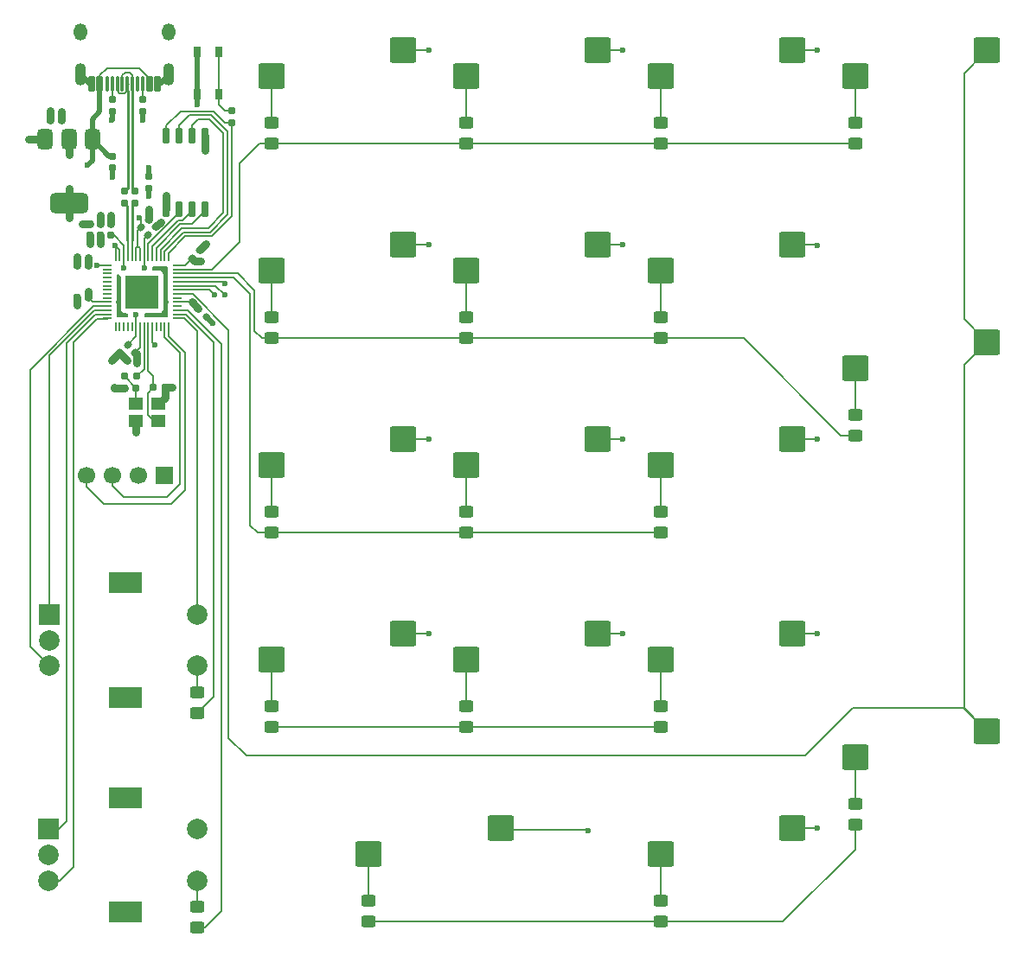
<source format=gbr>
%TF.GenerationSoftware,KiCad,Pcbnew,8.0.4*%
%TF.CreationDate,2024-08-20T22:26:35+10:00*%
%TF.ProjectId,banana17_main,62616e61-6e61-4313-975f-6d61696e2e6b,rev?*%
%TF.SameCoordinates,Original*%
%TF.FileFunction,Copper,L4,Bot*%
%TF.FilePolarity,Positive*%
%FSLAX46Y46*%
G04 Gerber Fmt 4.6, Leading zero omitted, Abs format (unit mm)*
G04 Created by KiCad (PCBNEW 8.0.4) date 2024-08-20 22:26:35*
%MOMM*%
%LPD*%
G01*
G04 APERTURE LIST*
G04 Aperture macros list*
%AMRoundRect*
0 Rectangle with rounded corners*
0 $1 Rounding radius*
0 $2 $3 $4 $5 $6 $7 $8 $9 X,Y pos of 4 corners*
0 Add a 4 corners polygon primitive as box body*
4,1,4,$2,$3,$4,$5,$6,$7,$8,$9,$2,$3,0*
0 Add four circle primitives for the rounded corners*
1,1,$1+$1,$2,$3*
1,1,$1+$1,$4,$5*
1,1,$1+$1,$6,$7*
1,1,$1+$1,$8,$9*
0 Add four rect primitives between the rounded corners*
20,1,$1+$1,$2,$3,$4,$5,0*
20,1,$1+$1,$4,$5,$6,$7,0*
20,1,$1+$1,$6,$7,$8,$9,0*
20,1,$1+$1,$8,$9,$2,$3,0*%
G04 Aperture macros list end*
%TA.AperFunction,ComponentPad*%
%ADD10C,2.000000*%
%TD*%
%TA.AperFunction,ComponentPad*%
%ADD11R,3.200000X2.000000*%
%TD*%
%TA.AperFunction,ComponentPad*%
%ADD12R,2.000000X2.000000*%
%TD*%
%TA.AperFunction,SMDPad,CuDef*%
%ADD13RoundRect,0.200000X-1.075000X-1.050000X1.075000X-1.050000X1.075000X1.050000X-1.075000X1.050000X0*%
%TD*%
%TA.AperFunction,ComponentPad*%
%ADD14C,1.700000*%
%TD*%
%TA.AperFunction,ComponentPad*%
%ADD15R,1.700000X1.700000*%
%TD*%
%TA.AperFunction,SMDPad,CuDef*%
%ADD16RoundRect,0.250000X0.450000X-0.325000X0.450000X0.325000X-0.450000X0.325000X-0.450000X-0.325000X0*%
%TD*%
%TA.AperFunction,SMDPad,CuDef*%
%ADD17RoundRect,0.155000X0.155000X-0.212500X0.155000X0.212500X-0.155000X0.212500X-0.155000X-0.212500X0*%
%TD*%
%TA.AperFunction,SMDPad,CuDef*%
%ADD18RoundRect,0.160000X-0.160000X0.197500X-0.160000X-0.197500X0.160000X-0.197500X0.160000X0.197500X0*%
%TD*%
%TA.AperFunction,SMDPad,CuDef*%
%ADD19RoundRect,0.150000X-0.150000X0.650000X-0.150000X-0.650000X0.150000X-0.650000X0.150000X0.650000X0*%
%TD*%
%TA.AperFunction,ComponentPad*%
%ADD20O,1.100000X2.200000*%
%TD*%
%TA.AperFunction,ComponentPad*%
%ADD21O,1.300000X1.700000*%
%TD*%
%TA.AperFunction,SMDPad,CuDef*%
%ADD22RoundRect,0.060000X-0.090000X-0.665000X0.090000X-0.665000X0.090000X0.665000X-0.090000X0.665000X0*%
%TD*%
%TA.AperFunction,SMDPad,CuDef*%
%ADD23RoundRect,0.060000X-0.240000X-0.665000X0.240000X-0.665000X0.240000X0.665000X-0.240000X0.665000X0*%
%TD*%
%TA.AperFunction,SMDPad,CuDef*%
%ADD24RoundRect,0.155000X-0.212500X-0.155000X0.212500X-0.155000X0.212500X0.155000X-0.212500X0.155000X0*%
%TD*%
%TA.AperFunction,SMDPad,CuDef*%
%ADD25RoundRect,0.160000X0.160000X-0.197500X0.160000X0.197500X-0.160000X0.197500X-0.160000X-0.197500X0*%
%TD*%
%TA.AperFunction,SMDPad,CuDef*%
%ADD26RoundRect,0.155000X0.212500X0.155000X-0.212500X0.155000X-0.212500X-0.155000X0.212500X-0.155000X0*%
%TD*%
%TA.AperFunction,SMDPad,CuDef*%
%ADD27RoundRect,0.160000X0.197500X0.160000X-0.197500X0.160000X-0.197500X-0.160000X0.197500X-0.160000X0*%
%TD*%
%TA.AperFunction,SMDPad,CuDef*%
%ADD28R,0.650000X1.050000*%
%TD*%
%TA.AperFunction,SMDPad,CuDef*%
%ADD29RoundRect,0.155000X0.040659X0.259862X-0.259862X-0.040659X-0.040659X-0.259862X0.259862X0.040659X0*%
%TD*%
%TA.AperFunction,HeatsinkPad*%
%ADD30R,3.200000X3.200000*%
%TD*%
%TA.AperFunction,SMDPad,CuDef*%
%ADD31RoundRect,0.050000X0.050000X0.387500X-0.050000X0.387500X-0.050000X-0.387500X0.050000X-0.387500X0*%
%TD*%
%TA.AperFunction,SMDPad,CuDef*%
%ADD32RoundRect,0.050000X0.387500X0.050000X-0.387500X0.050000X-0.387500X-0.050000X0.387500X-0.050000X0*%
%TD*%
%TA.AperFunction,SMDPad,CuDef*%
%ADD33RoundRect,0.155000X-0.040659X-0.259862X0.259862X0.040659X0.040659X0.259862X-0.259862X-0.040659X0*%
%TD*%
%TA.AperFunction,SMDPad,CuDef*%
%ADD34RoundRect,0.155000X-0.259862X0.040659X0.040659X-0.259862X0.259862X-0.040659X-0.040659X0.259862X0*%
%TD*%
%TA.AperFunction,SMDPad,CuDef*%
%ADD35RoundRect,0.155000X-0.155000X0.212500X-0.155000X-0.212500X0.155000X-0.212500X0.155000X0.212500X0*%
%TD*%
%TA.AperFunction,SMDPad,CuDef*%
%ADD36RoundRect,0.375000X-0.375000X0.625000X-0.375000X-0.625000X0.375000X-0.625000X0.375000X0.625000X0*%
%TD*%
%TA.AperFunction,SMDPad,CuDef*%
%ADD37RoundRect,0.500000X-1.400000X0.500000X-1.400000X-0.500000X1.400000X-0.500000X1.400000X0.500000X0*%
%TD*%
%TA.AperFunction,SMDPad,CuDef*%
%ADD38R,1.400000X1.200000*%
%TD*%
%TA.AperFunction,ViaPad*%
%ADD39C,0.600000*%
%TD*%
%TA.AperFunction,Conductor*%
%ADD40C,0.500000*%
%TD*%
%TA.AperFunction,Conductor*%
%ADD41C,0.200000*%
%TD*%
%TA.AperFunction,Conductor*%
%ADD42C,0.750000*%
%TD*%
%TA.AperFunction,Conductor*%
%ADD43C,0.286000*%
%TD*%
G04 APERTURE END LIST*
D10*
%TO.P,ENC2,S2,S2*%
%TO.N,ROW5*%
X111830000Y-135550000D03*
%TO.P,ENC2,S1,S1*%
%TO.N,Net-(ENC_D2-A)*%
X111830000Y-140550000D03*
D11*
%TO.P,ENC2,MP*%
%TO.N,N/C*%
X104830000Y-143650000D03*
X104830000Y-132450000D03*
D10*
%TO.P,ENC2,C,C*%
%TO.N,GND*%
X97330000Y-138050000D03*
%TO.P,ENC2,B,B*%
%TO.N,ENC2_B*%
X97330000Y-140550000D03*
D12*
%TO.P,ENC2,A,A*%
%TO.N,ENC2_A*%
X97330000Y-135550000D03*
%TD*%
%TO.P,ENC1,A,A*%
%TO.N,ENC1_A*%
X97360000Y-114520000D03*
D10*
%TO.P,ENC1,B,B*%
%TO.N,ENC1_B*%
X97360000Y-119520000D03*
%TO.P,ENC1,C,C*%
%TO.N,GND*%
X97360000Y-117020000D03*
D11*
%TO.P,ENC1,MP*%
%TO.N,N/C*%
X104860000Y-111420000D03*
X104860000Y-122620000D03*
D10*
%TO.P,ENC1,S1,S1*%
%TO.N,Net-(ENC_D1-A)*%
X111860000Y-119520000D03*
%TO.P,ENC1,S2,S2*%
%TO.N,COL0*%
X111860000Y-114520000D03*
%TD*%
D13*
%TO.P,SW10,2,B*%
%TO.N,COL2*%
X151100000Y-97340000D03*
%TO.P,SW10,1,A*%
%TO.N,Net-(D10-A)*%
X138173000Y-99880000D03*
%TD*%
%TO.P,SW6,2,B*%
%TO.N,COL2*%
X151100000Y-78290000D03*
%TO.P,SW6,1,A*%
%TO.N,Net-(D6-A)*%
X138173000Y-80830000D03*
%TD*%
%TO.P,SW9,2,B*%
%TO.N,COL1*%
X132050000Y-97340000D03*
%TO.P,SW9,1,A*%
%TO.N,Net-(D9-A)*%
X119123000Y-99880000D03*
%TD*%
%TO.P,SW2,2,B*%
%TO.N,COL2*%
X151100000Y-59240000D03*
%TO.P,SW2,1,A*%
%TO.N,Net-(D2-A)*%
X138173000Y-61780000D03*
%TD*%
%TO.P,SW11,2,B*%
%TO.N,COL3*%
X170150000Y-97340000D03*
%TO.P,SW11,1,A*%
%TO.N,Net-(D11-A)*%
X157223000Y-99880000D03*
%TD*%
%TO.P,SW13,2,B*%
%TO.N,COL2*%
X151100000Y-116390000D03*
%TO.P,SW13,1,A*%
%TO.N,Net-(D13-A)*%
X138173000Y-118930000D03*
%TD*%
%TO.P,SW1,2,B*%
%TO.N,COL1*%
X132050000Y-59240000D03*
%TO.P,SW1,1,A*%
%TO.N,Net-(D1-A)*%
X119123000Y-61780000D03*
%TD*%
%TO.P,SW4,2,B*%
%TO.N,COL4*%
X189200000Y-59240000D03*
%TO.P,SW4,1,A*%
%TO.N,Net-(D4-A)*%
X176273000Y-61780000D03*
%TD*%
%TO.P,SW8,2,B*%
%TO.N,COL4*%
X189200000Y-87815000D03*
%TO.P,SW8,1,A*%
%TO.N,Net-(D8-A)*%
X176273000Y-90355000D03*
%TD*%
%TO.P,SW3,2,B*%
%TO.N,COL3*%
X170150000Y-59240000D03*
%TO.P,SW3,1,A*%
%TO.N,Net-(D3-A)*%
X157223000Y-61780000D03*
%TD*%
D14*
%TO.P,U3,1,SDA*%
%TO.N,OLED_SDA*%
X101049314Y-100858200D03*
%TO.P,U3,2,SCL*%
%TO.N,OLED_SCL*%
X103589314Y-100858200D03*
%TO.P,U3,3,VCC*%
%TO.N,VBUS*%
X106129314Y-100858200D03*
D15*
%TO.P,U3,4,GND*%
%TO.N,GND*%
X108669314Y-100858200D03*
%TD*%
D13*
%TO.P,SW14,2,B*%
%TO.N,COL3*%
X170150000Y-116390000D03*
%TO.P,SW14,1,A*%
%TO.N,Net-(D14-A)*%
X157223000Y-118930000D03*
%TD*%
%TO.P,SW5,2,B*%
%TO.N,COL1*%
X132050000Y-78290000D03*
%TO.P,SW5,1,A*%
%TO.N,Net-(D5-A)*%
X119123000Y-80830000D03*
%TD*%
%TO.P,SW12,2,B*%
%TO.N,COL1*%
X132050000Y-116390000D03*
%TO.P,SW12,1,A*%
%TO.N,Net-(D12-A)*%
X119123000Y-118930000D03*
%TD*%
%TO.P,SW17,1,A*%
%TO.N,Net-(D17-A)*%
X176273000Y-128455000D03*
%TO.P,SW17,2,B*%
%TO.N,COL4*%
X189200000Y-125915000D03*
%TD*%
%TO.P,SW7,2,B*%
%TO.N,COL3*%
X170150000Y-78290000D03*
%TO.P,SW7,1,A*%
%TO.N,Net-(D7-A)*%
X157223000Y-80830000D03*
%TD*%
%TO.P,SW16,2,B*%
%TO.N,COL3*%
X170150000Y-135440000D03*
%TO.P,SW16,1,A*%
%TO.N,Net-(D16-A)*%
X157223000Y-137980000D03*
%TD*%
D16*
%TO.P,D3,1,K*%
%TO.N,ROW0*%
X157223000Y-68405000D03*
%TO.P,D3,2,A*%
%TO.N,Net-(D3-A)*%
X157223000Y-66355000D03*
%TD*%
D17*
%TO.P,C1,1*%
%TO.N,+1V1*%
X103390000Y-77363200D03*
%TO.P,C1,2*%
%TO.N,GND*%
X103390000Y-76228200D03*
%TD*%
D16*
%TO.P,D9,1,K*%
%TO.N,ROW2*%
X119123000Y-106505000D03*
%TO.P,D9,2,A*%
%TO.N,Net-(D9-A)*%
X119123000Y-104455000D03*
%TD*%
D18*
%TO.P,R5,1*%
%TO.N,/~{USB_BOOT}*%
X115268925Y-65122019D03*
%TO.P,R5,2*%
%TO.N,/QSPI_SS*%
X115268925Y-66317019D03*
%TD*%
D16*
%TO.P,D15,1,K*%
%TO.N,ROW4*%
X128648000Y-144605000D03*
%TO.P,D15,2,A*%
%TO.N,Net-(D15-A)*%
X128648000Y-142555000D03*
%TD*%
%TO.P,D11,1,K*%
%TO.N,ROW2*%
X157223000Y-106505000D03*
%TO.P,D11,2,A*%
%TO.N,Net-(D11-A)*%
X157223000Y-104455000D03*
%TD*%
D18*
%TO.P,R2,1*%
%TO.N,/USB_D-*%
X104789200Y-73015700D03*
%TO.P,R2,2*%
%TO.N,/MCU_D+*%
X104789200Y-74210700D03*
%TD*%
D16*
%TO.P,D17,1,K*%
%TO.N,ROW4*%
X176273000Y-135080000D03*
%TO.P,D17,2,A*%
%TO.N,Net-(D17-A)*%
X176273000Y-133030000D03*
%TD*%
%TO.P,D7,1,K*%
%TO.N,ROW1*%
X157223000Y-87455000D03*
%TO.P,D7,2,A*%
%TO.N,Net-(D7-A)*%
X157223000Y-85405000D03*
%TD*%
D19*
%TO.P,U4,1,~{CS}*%
%TO.N,/QSPI_SS*%
X108852500Y-67568200D03*
%TO.P,U4,2,DO(IO1)*%
%TO.N,/QSPI_SD1*%
X110122500Y-67568200D03*
%TO.P,U4,3,IO2*%
%TO.N,/QSPI_SD2*%
X111392500Y-67568200D03*
%TO.P,U4,4,GND*%
%TO.N,GND*%
X112662500Y-67568200D03*
%TO.P,U4,5,DI(IO0)*%
%TO.N,/QSPI_SD0*%
X112662500Y-74768200D03*
%TO.P,U4,6,CLK*%
%TO.N,/QSPI_SCLK*%
X111392500Y-74768200D03*
%TO.P,U4,7,IO3*%
%TO.N,/QSPI_SD3*%
X110122500Y-74768200D03*
%TO.P,U4,8,VCC*%
%TO.N,+3V3*%
X108852500Y-74768200D03*
%TD*%
D20*
%TO.P,J1,S1,SHIELD*%
%TO.N,GND*%
X109110000Y-61593200D03*
D21*
X109110000Y-57413200D03*
D20*
X100470000Y-61593200D03*
D21*
X100470000Y-57413200D03*
D22*
%TO.P,J1,B8,SBU2*%
%TO.N,unconnected-(J1-SBU2-PadB8)*%
X103040000Y-62508200D03*
%TO.P,J1,B7,D-*%
%TO.N,/USB_D-*%
X104040000Y-62508200D03*
%TO.P,J1,B6,D+*%
%TO.N,/USB_D+*%
X105540000Y-62508200D03*
%TO.P,J1,B5,CC2*%
%TO.N,Net-(J1-CC2)*%
X106540000Y-62508200D03*
D23*
%TO.P,J1,B4,VBUS*%
%TO.N,VBUS*%
X107240000Y-62508200D03*
%TO.P,J1,B1,GND*%
%TO.N,GND*%
X108015000Y-62508200D03*
D22*
%TO.P,J1,A8,SBU1*%
%TO.N,unconnected-(J1-SBU1-PadA8)*%
X106040000Y-62508200D03*
%TO.P,J1,A7,D-*%
%TO.N,/USB_D-*%
X105040000Y-62508200D03*
%TO.P,J1,A6,D+*%
%TO.N,/USB_D+*%
X104540000Y-62508200D03*
%TO.P,J1,A5,CC1*%
%TO.N,Net-(J1-CC1)*%
X103540000Y-62508200D03*
D23*
%TO.P,J1,A4,VBUS*%
%TO.N,VBUS*%
X102340000Y-62508200D03*
%TO.P,J1,A1,GND*%
%TO.N,GND*%
X101565000Y-62508200D03*
%TD*%
D17*
%TO.P,C4,1*%
%TO.N,+3V3*%
X102390000Y-77363200D03*
%TO.P,C4,2*%
%TO.N,GND*%
X102390000Y-76228200D03*
%TD*%
D16*
%TO.P,D14,1,K*%
%TO.N,ROW3*%
X157223000Y-125555000D03*
%TO.P,D14,2,A*%
%TO.N,Net-(D14-A)*%
X157223000Y-123505000D03*
%TD*%
D24*
%TO.P,C16,1*%
%TO.N,GND*%
X104762500Y-92288200D03*
%TO.P,C16,2*%
%TO.N,Net-(C16-Pad2)*%
X105897500Y-92288200D03*
%TD*%
D25*
%TO.P,R4,1*%
%TO.N,GND*%
X106530000Y-65208200D03*
%TO.P,R4,2*%
%TO.N,Net-(J1-CC2)*%
X106530000Y-64013200D03*
%TD*%
D26*
%TO.P,C9,1*%
%TO.N,+3V3*%
X101240000Y-80297666D03*
%TO.P,C9,2*%
%TO.N,GND*%
X100105000Y-80297666D03*
%TD*%
D16*
%TO.P,D8,1,K*%
%TO.N,ROW1*%
X176273000Y-96980000D03*
%TO.P,D8,2,A*%
%TO.N,Net-(D8-A)*%
X176273000Y-94930000D03*
%TD*%
%TO.P,D5,1,K*%
%TO.N,ROW1*%
X119123000Y-87455000D03*
%TO.P,D5,2,A*%
%TO.N,Net-(D5-A)*%
X119123000Y-85405000D03*
%TD*%
D26*
%TO.P,C15,1*%
%TO.N,GND*%
X108702500Y-92280700D03*
%TO.P,C15,2*%
%TO.N,/XIN*%
X107567500Y-92280700D03*
%TD*%
D16*
%TO.P,D4,1,K*%
%TO.N,ROW0*%
X176273000Y-68405000D03*
%TO.P,D4,2,A*%
%TO.N,Net-(D4-A)*%
X176273000Y-66355000D03*
%TD*%
D18*
%TO.P,R3,1*%
%TO.N,Net-(J1-CC1)*%
X103538564Y-64045328D03*
%TO.P,R3,2*%
%TO.N,GND*%
X103538564Y-65240328D03*
%TD*%
D16*
%TO.P,ENC_D2,1,K*%
%TO.N,ROW6*%
X111830000Y-145150000D03*
%TO.P,ENC_D2,2,A*%
%TO.N,Net-(ENC_D2-A)*%
X111830000Y-143100000D03*
%TD*%
D27*
%TO.P,R6,1*%
%TO.N,/XOUT*%
X105955000Y-91163200D03*
%TO.P,R6,2*%
%TO.N,Net-(C16-Pad2)*%
X104760000Y-91163200D03*
%TD*%
D26*
%TO.P,C8,1*%
%TO.N,+3V3*%
X101207500Y-83463200D03*
%TO.P,C8,2*%
%TO.N,GND*%
X100072500Y-83463200D03*
%TD*%
D16*
%TO.P,D13,1,K*%
%TO.N,ROW3*%
X138173000Y-125555000D03*
%TO.P,D13,2,A*%
%TO.N,Net-(D13-A)*%
X138173000Y-123505000D03*
%TD*%
%TO.P,ENC_D1,2,A*%
%TO.N,Net-(ENC_D1-A)*%
X111890000Y-122155000D03*
%TO.P,ENC_D1,1,K*%
%TO.N,ROW5*%
X111890000Y-124205000D03*
%TD*%
D28*
%TO.P,BOOT1,1,A*%
%TO.N,GND*%
X111865000Y-59428200D03*
X111865000Y-63578200D03*
%TO.P,BOOT1,2,B*%
%TO.N,/~{USB_BOOT}*%
X114015000Y-59428200D03*
X114015000Y-63578200D03*
%TD*%
D29*
%TO.P,C7,1*%
%TO.N,+3V3*%
X105806283Y-88831917D03*
%TO.P,C7,2*%
%TO.N,GND*%
X105003717Y-89634483D03*
%TD*%
D16*
%TO.P,D10,1,K*%
%TO.N,ROW2*%
X138173000Y-106505000D03*
%TO.P,D10,2,A*%
%TO.N,Net-(D10-A)*%
X138173000Y-104455000D03*
%TD*%
D30*
%TO.P,U1,57,GND*%
%TO.N,GND*%
X106480000Y-82898200D03*
D31*
%TO.P,U1,56,QSPI_SS*%
%TO.N,/QSPI_SS*%
X109080000Y-79460700D03*
%TO.P,U1,55,QSPI_SD1*%
%TO.N,/QSPI_SD1*%
X108680000Y-79460700D03*
%TO.P,U1,54,QSPI_SD2*%
%TO.N,/QSPI_SD2*%
X108280000Y-79460700D03*
%TO.P,U1,53,QSPI_SD0*%
%TO.N,/QSPI_SD0*%
X107880000Y-79460700D03*
%TO.P,U1,52,QSPI_SCLK*%
%TO.N,/QSPI_SCLK*%
X107480000Y-79460700D03*
%TO.P,U1,51,QSPI_SD3*%
%TO.N,/QSPI_SD3*%
X107080000Y-79460700D03*
%TO.P,U1,50,DVDD*%
%TO.N,+1V1*%
X106680000Y-79460700D03*
%TO.P,U1,49,IOVDD*%
%TO.N,+3V3*%
X106280000Y-79460700D03*
%TO.P,U1,48,USB_VDD*%
X105880000Y-79460700D03*
%TO.P,U1,47,USB_DP*%
%TO.N,/MCU_D-*%
X105480000Y-79460700D03*
%TO.P,U1,46,USB_DM*%
%TO.N,/MCU_D+*%
X105080000Y-79460700D03*
%TO.P,U1,45,VREG_VOUT*%
%TO.N,+1V1*%
X104680000Y-79460700D03*
%TO.P,U1,44,VREG_IN*%
%TO.N,+3V3*%
X104280000Y-79460700D03*
%TO.P,U1,43,ADC_AVDD*%
X103880000Y-79460700D03*
D32*
%TO.P,U1,42,IOVDD*%
X103042500Y-80298200D03*
%TO.P,U1,41,GPIO29_ADC3*%
%TO.N,/GPIO29_ADC3*%
X103042500Y-80698200D03*
%TO.P,U1,40,GPIO28_ADC2*%
%TO.N,/GPIO28_ADC2*%
X103042500Y-81098200D03*
%TO.P,U1,39,GPIO27_ADC1*%
%TO.N,/GPIO27_ADC1*%
X103042500Y-81498200D03*
%TO.P,U1,38,GPIO26_ADC0*%
%TO.N,/GPIO26_ADC0*%
X103042500Y-81898200D03*
%TO.P,U1,37,GPIO25*%
%TO.N,/GPIO25*%
X103042500Y-82298200D03*
%TO.P,U1,36,GPIO24*%
%TO.N,/GPIO24*%
X103042500Y-82698200D03*
%TO.P,U1,35,GPIO23*%
%TO.N,/GPIO23*%
X103042500Y-83098200D03*
%TO.P,U1,34,GPIO22*%
%TO.N,/GPIO22*%
X103042500Y-83498200D03*
%TO.P,U1,33,IOVDD*%
%TO.N,+3V3*%
X103042500Y-83898200D03*
%TO.P,U1,32,GPIO21*%
%TO.N,ENC1_B*%
X103042500Y-84298200D03*
%TO.P,U1,31,GPIO20*%
%TO.N,ENC1_A*%
X103042500Y-84698200D03*
%TO.P,U1,30,GPIO19*%
%TO.N,ENC2_A*%
X103042500Y-85098200D03*
%TO.P,U1,29,GPIO18*%
%TO.N,ENC2_B*%
X103042500Y-85498200D03*
D31*
%TO.P,U1,28,GPIO17*%
%TO.N,/GPIO17*%
X103880000Y-86335700D03*
%TO.P,U1,27,GPIO16*%
%TO.N,/GPIO16*%
X104280000Y-86335700D03*
%TO.P,U1,26,RUN*%
%TO.N,/RUN*%
X104680000Y-86335700D03*
%TO.P,U1,25,SWD*%
%TO.N,/SWD*%
X105080000Y-86335700D03*
%TO.P,U1,24,SWCLK*%
%TO.N,/SWCLK*%
X105480000Y-86335700D03*
%TO.P,U1,23,DVDD*%
%TO.N,+1V1*%
X105880000Y-86335700D03*
%TO.P,U1,22,IOVDD*%
%TO.N,+3V3*%
X106280000Y-86335700D03*
%TO.P,U1,21,XOUT*%
%TO.N,/XOUT*%
X106680000Y-86335700D03*
%TO.P,U1,20,XIN*%
%TO.N,/XIN*%
X107080000Y-86335700D03*
%TO.P,U1,19,TESTEN*%
%TO.N,GND*%
X107480000Y-86335700D03*
%TO.P,U1,18,GPIO15*%
%TO.N,/GPIO15*%
X107880000Y-86335700D03*
%TO.P,U1,17,GPIO14*%
%TO.N,/GPIO14*%
X108280000Y-86335700D03*
%TO.P,U1,16,GPIO13*%
%TO.N,OLED_SCL*%
X108680000Y-86335700D03*
%TO.P,U1,15,GPIO12*%
%TO.N,OLED_SDA*%
X109080000Y-86335700D03*
D32*
%TO.P,U1,14,GPIO11*%
%TO.N,COL0*%
X109917500Y-85498200D03*
%TO.P,U1,13,GPIO10*%
%TO.N,ROW5*%
X109917500Y-85098200D03*
%TO.P,U1,12,GPIO9*%
%TO.N,ROW6*%
X109917500Y-84698200D03*
%TO.P,U1,11,GPIO8*%
%TO.N,/GPIO8*%
X109917500Y-84298200D03*
%TO.P,U1,10,IOVDD*%
%TO.N,+3V3*%
X109917500Y-83898200D03*
%TO.P,U1,9,GPIO7*%
%TO.N,/GPIO7*%
X109917500Y-83498200D03*
%TO.P,U1,8,GPIO6*%
%TO.N,COL4*%
X109917500Y-83098200D03*
%TO.P,U1,7,GPIO5*%
%TO.N,COL3*%
X109917500Y-82698200D03*
%TO.P,U1,6,GPIO4*%
%TO.N,COL2*%
X109917500Y-82298200D03*
%TO.P,U1,5,GPIO3*%
%TO.N,COL1*%
X109917500Y-81898200D03*
%TO.P,U1,4,GPIO2*%
%TO.N,ROW2*%
X109917500Y-81498200D03*
%TO.P,U1,3,GPIO1*%
%TO.N,ROW1*%
X109917500Y-81098200D03*
%TO.P,U1,2,GPIO0*%
%TO.N,ROW0*%
X109917500Y-80698200D03*
%TO.P,U1,1,IOVDD*%
%TO.N,+3V3*%
X109917500Y-80298200D03*
%TD*%
D33*
%TO.P,C2,1*%
%TO.N,+1V1*%
X107016217Y-77339483D03*
%TO.P,C2,2*%
%TO.N,GND*%
X107818783Y-76536917D03*
%TD*%
D16*
%TO.P,D2,1,K*%
%TO.N,ROW0*%
X138173000Y-68405000D03*
%TO.P,D2,2,A*%
%TO.N,Net-(D2-A)*%
X138173000Y-66355000D03*
%TD*%
%TO.P,D6,1,K*%
%TO.N,ROW1*%
X138173000Y-87455000D03*
%TO.P,D6,2,A*%
%TO.N,Net-(D6-A)*%
X138173000Y-85405000D03*
%TD*%
D34*
%TO.P,C6,1*%
%TO.N,+3V3*%
X111987434Y-84560634D03*
%TO.P,C6,2*%
%TO.N,GND*%
X112790000Y-85363200D03*
%TD*%
D17*
%TO.P,C11,1*%
%TO.N,+3V3*%
X101380000Y-77363200D03*
%TO.P,C11,2*%
%TO.N,GND*%
X101380000Y-76228200D03*
%TD*%
D26*
%TO.P,C13,1*%
%TO.N,+3V3*%
X98590000Y-66063200D03*
%TO.P,C13,2*%
%TO.N,GND*%
X97455000Y-66063200D03*
%TD*%
D18*
%TO.P,R1,1*%
%TO.N,/USB_D+*%
X105810000Y-73013200D03*
%TO.P,R1,2*%
%TO.N,/MCU_D-*%
X105810000Y-74208200D03*
%TD*%
D35*
%TO.P,C12,1*%
%TO.N,VBUS*%
X103550000Y-69610700D03*
%TO.P,C12,2*%
%TO.N,GND*%
X103550000Y-70745700D03*
%TD*%
D17*
%TO.P,C14,1*%
%TO.N,+3V3*%
X107107500Y-72735700D03*
%TO.P,C14,2*%
%TO.N,GND*%
X107107500Y-71600700D03*
%TD*%
D16*
%TO.P,D12,1,K*%
%TO.N,ROW3*%
X119123000Y-125555000D03*
%TO.P,D12,2,A*%
%TO.N,Net-(D12-A)*%
X119123000Y-123505000D03*
%TD*%
%TO.P,D16,1,K*%
%TO.N,ROW4*%
X157223000Y-144605000D03*
%TO.P,D16,2,A*%
%TO.N,Net-(D16-A)*%
X157223000Y-142555000D03*
%TD*%
D29*
%TO.P,C3,1*%
%TO.N,+1V1*%
X105056283Y-88081917D03*
%TO.P,C3,2*%
%TO.N,GND*%
X104253717Y-88884483D03*
%TD*%
D16*
%TO.P,D1,1,K*%
%TO.N,ROW0*%
X119123000Y-68405000D03*
%TO.P,D1,2,A*%
%TO.N,Net-(D1-A)*%
X119123000Y-66355000D03*
%TD*%
D33*
%TO.P,C5,1*%
%TO.N,+3V3*%
X111338717Y-79614483D03*
%TO.P,C5,2*%
%TO.N,GND*%
X112141283Y-78811917D03*
%TD*%
D36*
%TO.P,U2,1,GND*%
%TO.N,GND*%
X97010000Y-67948200D03*
%TO.P,U2,2,VO*%
%TO.N,+3V3*%
X99310000Y-67948200D03*
D37*
X99310000Y-74248200D03*
D36*
%TO.P,U2,3,VI*%
%TO.N,VBUS*%
X101610000Y-67948200D03*
%TD*%
D33*
%TO.P,C10,1*%
%TO.N,+3V3*%
X106328717Y-76604483D03*
%TO.P,C10,2*%
%TO.N,GND*%
X107131283Y-75801917D03*
%TD*%
D38*
%TO.P,Y1,1,1*%
%TO.N,/XIN*%
X108097500Y-95588200D03*
%TO.P,Y1,2,2*%
%TO.N,GND*%
X105897500Y-95588200D03*
%TO.P,Y1,3,3*%
%TO.N,Net-(C16-Pad2)*%
X105897500Y-93888200D03*
%TO.P,Y1,4,4*%
%TO.N,GND*%
X108097500Y-93888200D03*
%TD*%
D13*
%TO.P,SW15,1,A*%
%TO.N,Net-(D15-A)*%
X128648000Y-137980000D03*
%TO.P,SW15,2,B*%
%TO.N,COL2*%
X141575000Y-135440000D03*
%TD*%
D39*
%TO.N,GND*%
X113390000Y-85963200D03*
X107110000Y-70713200D03*
X105895547Y-96673410D03*
X103557500Y-71688200D03*
X95329426Y-67951543D03*
X111850000Y-64523200D03*
X107645000Y-81758200D03*
X97458650Y-65174560D03*
X105295000Y-81708200D03*
X103520000Y-89608200D03*
X105295000Y-82908200D03*
X100581157Y-76227202D03*
X112740000Y-78213200D03*
X103529270Y-66087828D03*
X103390000Y-75363200D03*
X106445000Y-84108200D03*
X107620000Y-82908200D03*
X102390000Y-75363200D03*
X100109030Y-79500812D03*
X107620000Y-84108200D03*
X100074066Y-84222490D03*
X112660000Y-69073200D03*
X106530706Y-66075700D03*
X106445000Y-82933200D03*
X105295000Y-84083200D03*
X103760898Y-92286114D03*
X108323058Y-76046258D03*
X106445000Y-81733200D03*
X107130000Y-74813200D03*
X107745000Y-88113200D03*
X109439831Y-92282357D03*
%TO.N,+1V1*%
X104680000Y-80573200D03*
X106677612Y-80586627D03*
X105881741Y-85167329D03*
%TO.N,+3V3*%
X99308581Y-75651395D03*
X102078988Y-80297610D03*
X106190000Y-75643200D03*
X103840000Y-78363200D03*
X99303459Y-72757352D03*
X101380365Y-78170082D03*
X98592127Y-65211215D03*
X99309719Y-69461823D03*
X102390000Y-78163200D03*
X101211095Y-82812483D03*
X112240000Y-79863200D03*
X105940000Y-89913200D03*
X101240000Y-79513200D03*
X107099740Y-73571591D03*
X108850389Y-73443519D03*
X111325000Y-83898200D03*
%TO.N,VBUS*%
X101140000Y-70513200D03*
%TO.N,COL1*%
X134600000Y-59242193D03*
X114565968Y-82098200D03*
X134588887Y-78290753D03*
X134600000Y-97340658D03*
X134600000Y-116387498D03*
%TO.N,COL2*%
X153498451Y-59239807D03*
X153509376Y-116387484D03*
X153498409Y-97345459D03*
X153498451Y-78289504D03*
X150110000Y-135640000D03*
X114540000Y-83213200D03*
%TO.N,COL3*%
X172570000Y-78320000D03*
X113540000Y-83213200D03*
X172580000Y-135440000D03*
X172580000Y-116380000D03*
X172570000Y-97340602D03*
X172560000Y-59240000D03*
%TD*%
D40*
%TO.N,VBUS*%
X102340000Y-65273200D02*
X102340000Y-62508200D01*
X101610000Y-66003200D02*
X102340000Y-65273200D01*
X101610000Y-67948200D02*
X101610000Y-66003200D01*
D41*
%TO.N,COL4*%
X186960000Y-85575000D02*
X189200000Y-87815000D01*
X189200000Y-59240000D02*
X186960000Y-61480000D01*
X186960000Y-61480000D02*
X186960000Y-85575000D01*
X186990000Y-123705000D02*
X189200000Y-125915000D01*
X186990000Y-90025000D02*
X186990000Y-123705000D01*
X189200000Y-87815000D02*
X186990000Y-90025000D01*
X186935000Y-123650000D02*
X189200000Y-125915000D01*
X176080000Y-123650000D02*
X186935000Y-123650000D01*
X114930000Y-86619316D02*
X114930000Y-126590000D01*
X171400000Y-128330000D02*
X176080000Y-123650000D01*
X111408884Y-83098200D02*
X114930000Y-86619316D01*
X116670000Y-128330000D02*
X171400000Y-128330000D01*
X109917500Y-83098200D02*
X111408884Y-83098200D01*
X114930000Y-126590000D02*
X116670000Y-128330000D01*
%TO.N,ENC1_A*%
X97386956Y-89136956D02*
X97360000Y-89163912D01*
X97360000Y-89163912D02*
X97360000Y-114520000D01*
%TO.N,ROW5*%
X113500000Y-122595000D02*
X111890000Y-124205000D01*
X110734975Y-85098200D02*
X113500000Y-87863225D01*
X113500000Y-87863225D02*
X113500000Y-122595000D01*
X109917500Y-85098200D02*
X110734975Y-85098200D01*
%TO.N,ROW2*%
X117755000Y-106505000D02*
X119123000Y-106505000D01*
X117000000Y-83078174D02*
X117000000Y-105750000D01*
X115420026Y-81498200D02*
X117000000Y-83078174D01*
X117000000Y-105750000D02*
X117755000Y-106505000D01*
X109917500Y-81498200D02*
X115420026Y-81498200D01*
%TO.N,ROW1*%
X118205000Y-87455000D02*
X119123000Y-87455000D01*
X117500000Y-86750000D02*
X118205000Y-87455000D01*
X117500000Y-82750000D02*
X117500000Y-86750000D01*
X115848200Y-81098200D02*
X117500000Y-82750000D01*
X109917500Y-81098200D02*
X115848200Y-81098200D01*
%TO.N,ROW6*%
X112630000Y-145150000D02*
X111830000Y-145150000D01*
X114250000Y-88033200D02*
X114250000Y-143530000D01*
X114250000Y-143530000D02*
X112630000Y-145150000D01*
X110915000Y-84698200D02*
X114250000Y-88033200D01*
X109917500Y-84698200D02*
X110915000Y-84698200D01*
%TO.N,COL0*%
X111860000Y-86718200D02*
X111860000Y-114520000D01*
X110640000Y-85498200D02*
X111860000Y-86718200D01*
X109917500Y-85498200D02*
X110640000Y-85498200D01*
%TO.N,ENC2_B*%
X99763186Y-139191814D02*
X99763186Y-87821386D01*
%TO.N,ENC2_A*%
X99125686Y-87893200D02*
X99125686Y-134729314D01*
%TO.N,ENC1_A*%
X101825711Y-84698200D02*
X97386956Y-89136956D01*
%TO.N,ENC1_B*%
X95500000Y-117660000D02*
X97360000Y-119520000D01*
X95500000Y-90528937D02*
X95500000Y-117660000D01*
X101730737Y-84298200D02*
X95500000Y-90528937D01*
X103042500Y-84298200D02*
X101730737Y-84298200D01*
%TO.N,ROW0*%
X113301800Y-80698200D02*
X109917500Y-80698200D01*
X116000000Y-70355686D02*
X116000000Y-78000000D01*
X117950686Y-68405000D02*
X116000000Y-70355686D01*
X116000000Y-78000000D02*
X113301800Y-80698200D01*
X119123000Y-68405000D02*
X117950686Y-68405000D01*
D42*
%TO.N,GND*%
X95332769Y-67948200D02*
X95329426Y-67951543D01*
D40*
X103538564Y-65240328D02*
X103538564Y-66078534D01*
X103550000Y-70745700D02*
X103550000Y-71680700D01*
X106530000Y-65208200D02*
X106530000Y-66074994D01*
D42*
X107131283Y-75801917D02*
X107131283Y-74814483D01*
D40*
X107107500Y-71600700D02*
X107107500Y-70715700D01*
D42*
X103760898Y-92286114D02*
X103762984Y-92288200D01*
X109438174Y-92280700D02*
X109439831Y-92282357D01*
D40*
X111865000Y-61513200D02*
X111865000Y-59428200D01*
D42*
X102390000Y-76228200D02*
X102390000Y-75363200D01*
X103762984Y-92288200D02*
X104762500Y-92288200D01*
X104243717Y-88884483D02*
X103520000Y-89608200D01*
D41*
X107745000Y-88113200D02*
X107480000Y-87848200D01*
D42*
X97455000Y-65178210D02*
X97458650Y-65174560D01*
X108702500Y-92280700D02*
X109438174Y-92280700D01*
X97455000Y-66063200D02*
X97455000Y-65178210D01*
X107131283Y-74814483D02*
X107130000Y-74813200D01*
X100582155Y-76228200D02*
X100581157Y-76227202D01*
X108702500Y-93283200D02*
X108702500Y-92280700D01*
D40*
X107107500Y-70715700D02*
X107110000Y-70713200D01*
X111865000Y-64508200D02*
X111850000Y-64523200D01*
D42*
X100105000Y-79504842D02*
X100109030Y-79500812D01*
X100105000Y-80297666D02*
X100105000Y-79504842D01*
X105897500Y-96671457D02*
X105895547Y-96673410D01*
X107832399Y-76536917D02*
X108323058Y-76046258D01*
X104253717Y-88884483D02*
X104243717Y-88884483D01*
D40*
X108195000Y-62508200D02*
X109110000Y-61593200D01*
D42*
X108097500Y-93888200D02*
X108702500Y-93283200D01*
D40*
X111865000Y-63578200D02*
X111865000Y-61513200D01*
D42*
X107818783Y-76536917D02*
X107832399Y-76536917D01*
X112662500Y-69070700D02*
X112660000Y-69073200D01*
X105897500Y-95588200D02*
X105897500Y-96671457D01*
X101380000Y-76228200D02*
X100582155Y-76228200D01*
X103390000Y-76228200D02*
X103390000Y-75363200D01*
X100072500Y-84220924D02*
X100074066Y-84222490D01*
D40*
X112790000Y-85363200D02*
X113390000Y-85963200D01*
X106530000Y-66074994D02*
X106530706Y-66075700D01*
X103550000Y-71680700D02*
X103557500Y-71688200D01*
D42*
X97010000Y-67948200D02*
X95332769Y-67948200D01*
X100072500Y-83463200D02*
X100072500Y-84220924D01*
D40*
X108015000Y-62508200D02*
X108195000Y-62508200D01*
X101565000Y-62508200D02*
X101385000Y-62508200D01*
X111865000Y-63578200D02*
X111865000Y-64508200D01*
X101385000Y-62508200D02*
X100470000Y-61593200D01*
X97010000Y-67948200D02*
X97010000Y-67163200D01*
D42*
X112662500Y-67568200D02*
X112662500Y-69070700D01*
D41*
X107480000Y-87848200D02*
X107480000Y-86335700D01*
D42*
X112141283Y-78811917D02*
X112740000Y-78213200D01*
X105003717Y-89634483D02*
X104253717Y-88884483D01*
D41*
%TO.N,/~{USB_BOOT}*%
X114015000Y-59428200D02*
X114015000Y-63578200D01*
X114015000Y-64578200D02*
X114015000Y-63578200D01*
X114558819Y-65122019D02*
X114015000Y-64578200D01*
X115268925Y-65122019D02*
X114558819Y-65122019D01*
%TO.N,+1V1*%
X106680000Y-80584239D02*
X106677612Y-80586627D01*
X103390000Y-77363200D02*
X103700000Y-77363200D01*
X107016217Y-77339483D02*
X106680000Y-77675700D01*
X105880000Y-86335700D02*
X105880000Y-87258200D01*
X103700000Y-77363200D02*
X104680000Y-78343200D01*
X105880000Y-87258200D02*
X105056283Y-88081917D01*
X106680000Y-79460700D02*
X106680000Y-80584239D01*
X104680000Y-78343200D02*
X104680000Y-79460700D01*
X105880000Y-85169070D02*
X105881741Y-85167329D01*
X105880000Y-86335700D02*
X105880000Y-85169070D01*
X106680000Y-77675700D02*
X106680000Y-79460700D01*
X104680000Y-79460700D02*
X104680000Y-80573200D01*
%TO.N,+3V3*%
X110655000Y-80298200D02*
X111338717Y-79614483D01*
D42*
X99310000Y-67948200D02*
X99310000Y-67543200D01*
D41*
X111325000Y-83898200D02*
X109917500Y-83898200D01*
D42*
X105806283Y-88831917D02*
X105946616Y-88972250D01*
X99310000Y-75649976D02*
X99308581Y-75651395D01*
D41*
X106328717Y-76604483D02*
X106328717Y-75781917D01*
D42*
X99310000Y-74248200D02*
X99310000Y-72763893D01*
D41*
X101642500Y-83898200D02*
X101207500Y-83463200D01*
X103042500Y-83898200D02*
X101642500Y-83898200D01*
D42*
X99310000Y-67948200D02*
X99310000Y-69461542D01*
X99310000Y-72763893D02*
X99303459Y-72757352D01*
D40*
X107107500Y-72735700D02*
X107107500Y-73563831D01*
D42*
X101240000Y-80297666D02*
X101240000Y-79513200D01*
X111338717Y-79614483D02*
X111587434Y-79863200D01*
D41*
X103042500Y-80298200D02*
X102079578Y-80298200D01*
D42*
X101380000Y-77363200D02*
X101380000Y-78169717D01*
D41*
X106280000Y-86335700D02*
X106280000Y-88358200D01*
X103880000Y-79460700D02*
X103880000Y-78403200D01*
X109917500Y-80298200D02*
X110655000Y-80298200D01*
D40*
X107107500Y-73563831D02*
X107099740Y-73571591D01*
D41*
X106040000Y-76893200D02*
X106040000Y-78413200D01*
X102079578Y-80298200D02*
X102078988Y-80297610D01*
D42*
X111987434Y-84560634D02*
X111325000Y-83898200D01*
D41*
X106328717Y-75781917D02*
X106190000Y-75643200D01*
X106040000Y-78413200D02*
X105880000Y-78573200D01*
D42*
X99310000Y-74248200D02*
X99310000Y-75649976D01*
D41*
X104280000Y-78803200D02*
X103840000Y-78363200D01*
D42*
X105946616Y-89906584D02*
X105940000Y-89913200D01*
X108852500Y-74768200D02*
X108852500Y-73445630D01*
D41*
X103880000Y-78403200D02*
X103840000Y-78363200D01*
X106040000Y-78413200D02*
X106280000Y-78653200D01*
D42*
X105946616Y-88972250D02*
X105946616Y-89906584D01*
X102390000Y-77363200D02*
X102390000Y-78163200D01*
X101207500Y-82816078D02*
X101211095Y-82812483D01*
X101207500Y-83463200D02*
X101207500Y-82816078D01*
X98590000Y-65213342D02*
X98592127Y-65211215D01*
D41*
X106280000Y-88358200D02*
X105806283Y-88831917D01*
X104280000Y-79460700D02*
X104280000Y-78803200D01*
D42*
X99310000Y-69461542D02*
X99309719Y-69461823D01*
X98590000Y-66063200D02*
X98590000Y-65213342D01*
X111587434Y-79863200D02*
X112240000Y-79863200D01*
D41*
X106280000Y-78653200D02*
X106280000Y-79460700D01*
X105880000Y-78573200D02*
X105880000Y-79460700D01*
D42*
X108852500Y-73445630D02*
X108850389Y-73443519D01*
X101380000Y-78169717D02*
X101380365Y-78170082D01*
D41*
X106328717Y-76604483D02*
X106040000Y-76893200D01*
%TO.N,VBUS*%
X106226868Y-61000000D02*
X103059216Y-61000000D01*
D40*
X103272500Y-69610700D02*
X101610000Y-67948200D01*
D41*
X107240000Y-62013132D02*
X106226868Y-61000000D01*
X102340000Y-61719216D02*
X102340000Y-62508200D01*
D40*
X101610000Y-70043200D02*
X101140000Y-70513200D01*
D41*
X103059216Y-61000000D02*
X102340000Y-61719216D01*
D40*
X103550000Y-69610700D02*
X103272500Y-69610700D01*
X101610000Y-67948200D02*
X101610000Y-70043200D01*
D41*
X107240000Y-62508200D02*
X107240000Y-62013132D01*
%TO.N,/XIN*%
X107567500Y-92280700D02*
X107002500Y-92845700D01*
X107002500Y-94930700D02*
X107660000Y-95588200D01*
X107660000Y-95588200D02*
X108097500Y-95588200D01*
X107002500Y-92845700D02*
X107002500Y-94930700D01*
X107080000Y-86335700D02*
X107080000Y-90663200D01*
X107567500Y-91150700D02*
X107567500Y-92280700D01*
X107080000Y-90663200D02*
X107567500Y-91150700D01*
%TO.N,/XOUT*%
X106680000Y-86335700D02*
X106680000Y-88523885D01*
X106677500Y-88526386D02*
X106677500Y-90440700D01*
X106677500Y-90440700D02*
X105955000Y-91163200D01*
X106680000Y-88523885D02*
X106677500Y-88526386D01*
%TO.N,ROW0*%
X176273000Y-68405000D02*
X119123000Y-68405000D01*
%TO.N,Net-(D1-A)*%
X119123000Y-61780000D02*
X119123000Y-66355000D01*
%TO.N,Net-(D2-A)*%
X138173000Y-61780000D02*
X138173000Y-66355000D01*
%TO.N,Net-(D3-A)*%
X157223000Y-61780000D02*
X157223000Y-66355000D01*
%TO.N,Net-(D4-A)*%
X176273000Y-61780000D02*
X176273000Y-66355000D01*
%TO.N,Net-(D5-A)*%
X119123000Y-80830000D02*
X119123000Y-85405000D01*
%TO.N,ROW1*%
X165355000Y-87455000D02*
X157223000Y-87455000D01*
X174880000Y-96980000D02*
X165355000Y-87455000D01*
X176273000Y-96980000D02*
X174880000Y-96980000D01*
X157223000Y-87455000D02*
X119123000Y-87455000D01*
%TO.N,Net-(D6-A)*%
X138173000Y-80830000D02*
X138173000Y-85405000D01*
%TO.N,Net-(D7-A)*%
X157223000Y-80830000D02*
X157223000Y-85405000D01*
%TO.N,Net-(D8-A)*%
X176273000Y-90355000D02*
X176273000Y-94930000D01*
%TO.N,ROW2*%
X157223000Y-106505000D02*
X119123000Y-106505000D01*
%TO.N,Net-(D9-A)*%
X119123000Y-99880000D02*
X119123000Y-104455000D01*
%TO.N,Net-(D10-A)*%
X138173000Y-99880000D02*
X138173000Y-104455000D01*
%TO.N,Net-(D11-A)*%
X157223000Y-99880000D02*
X157223000Y-104455000D01*
%TO.N,ROW3*%
X157223000Y-125555000D02*
X119123000Y-125555000D01*
%TO.N,Net-(D12-A)*%
X119123000Y-118930000D02*
X119123000Y-123505000D01*
%TO.N,Net-(D13-A)*%
X138173000Y-118930000D02*
X138173000Y-123505000D01*
%TO.N,Net-(D14-A)*%
X157223000Y-118930000D02*
X157223000Y-123505000D01*
%TO.N,Net-(D15-A)*%
X128648000Y-137980000D02*
X128648000Y-142555000D01*
%TO.N,ROW4*%
X176273000Y-135080000D02*
X176273000Y-137527000D01*
X176273000Y-137527000D02*
X169195000Y-144605000D01*
X169195000Y-144605000D02*
X157223000Y-144605000D01*
X157223000Y-144605000D02*
X128648000Y-144605000D01*
%TO.N,Net-(D16-A)*%
X157223000Y-137980000D02*
X157223000Y-142555000D01*
%TO.N,Net-(D17-A)*%
X176273000Y-128455000D02*
X176273000Y-133030000D01*
%TO.N,Net-(ENC_D1-A)*%
X111890000Y-119480000D02*
X111890000Y-122155000D01*
%TO.N,ENC1_A*%
X103042500Y-84698200D02*
X101825711Y-84698200D01*
%TO.N,/USB_D-*%
X105040000Y-63233199D02*
X105040000Y-62508200D01*
D43*
X105056250Y-63191950D02*
X105056250Y-72748650D01*
D41*
X104290001Y-63483200D02*
X104789999Y-63483200D01*
D43*
X105040000Y-62508200D02*
X105056250Y-62524450D01*
D41*
X104040000Y-63233199D02*
X104290001Y-63483200D01*
D43*
X105040000Y-62508200D02*
X105046106Y-62514306D01*
D41*
X104040000Y-62508200D02*
X104040000Y-63233199D01*
D43*
X105056250Y-72748650D02*
X104789200Y-73015700D01*
D41*
X104789999Y-63483200D02*
X105040000Y-63233199D01*
%TO.N,/USB_D+*%
X104540000Y-62508200D02*
X104540000Y-61668344D01*
D43*
X105540000Y-62508200D02*
X105535306Y-62512894D01*
D41*
X104540000Y-61668344D02*
X104805144Y-61403200D01*
X105540000Y-61638056D02*
X105540000Y-62508200D01*
X104805144Y-61403200D02*
X105305144Y-61403200D01*
D43*
X105540000Y-62508200D02*
X105540000Y-72743200D01*
D41*
X105305144Y-61403200D02*
X105540000Y-61638056D01*
D43*
X105540000Y-72743200D02*
X105810000Y-73013200D01*
%TO.N,/MCU_D-*%
X105542950Y-74475250D02*
X105542950Y-77844970D01*
D41*
X105480000Y-79460700D02*
X105480000Y-77907920D01*
X105480000Y-77907920D02*
X105542950Y-77844970D01*
D43*
X105810000Y-74208200D02*
X105542950Y-74475250D01*
D41*
%TO.N,/MCU_D+*%
X105080000Y-79460700D02*
X105080000Y-77871220D01*
D43*
X104789200Y-74210700D02*
X105053750Y-74475250D01*
X105053750Y-74475250D02*
X105053750Y-77844970D01*
D41*
X105080000Y-77871220D02*
X105053750Y-77844970D01*
%TO.N,/QSPI_SS*%
X108852500Y-66600700D02*
X110240000Y-65213200D01*
X110240000Y-65213200D02*
X113440000Y-65213200D01*
X114543819Y-66317019D02*
X115268925Y-66317019D01*
X110704326Y-77468200D02*
X113285000Y-77468200D01*
X113285000Y-77468200D02*
X115240000Y-75513200D01*
X109080000Y-79092526D02*
X110704326Y-77468200D01*
X113440000Y-65213200D02*
X114543819Y-66317019D01*
X109080000Y-79460700D02*
X109080000Y-79092526D01*
X115240000Y-75513200D02*
X115240000Y-66345944D01*
X108852500Y-67568200D02*
X108852500Y-66600700D01*
%TO.N,COL1*%
X132050000Y-97340000D02*
X134599342Y-97340000D01*
X132050000Y-78290000D02*
X134588134Y-78290000D01*
X114365968Y-81898200D02*
X109917500Y-81898200D01*
X134600000Y-116387498D02*
X134597498Y-116390000D01*
X134599342Y-97340000D02*
X134600000Y-97340658D01*
X132050000Y-59240000D02*
X134597807Y-59240000D01*
X134597498Y-116390000D02*
X132050000Y-116390000D01*
X114565968Y-82098200D02*
X114365968Y-81898200D01*
X134588134Y-78290000D02*
X134588887Y-78290753D01*
X134597807Y-59240000D02*
X134600000Y-59242193D01*
%TO.N,COL2*%
X150090000Y-135620000D02*
X141755000Y-135620000D01*
X153498258Y-59240000D02*
X153498451Y-59239807D01*
X153497955Y-78290000D02*
X153498451Y-78289504D01*
X153506860Y-116390000D02*
X153509376Y-116387484D01*
X141755000Y-135620000D02*
X141575000Y-135440000D01*
X153492950Y-97340000D02*
X151100000Y-97340000D01*
X151100000Y-59240000D02*
X153498258Y-59240000D01*
X113625000Y-82298200D02*
X109917500Y-82298200D01*
X153498409Y-97345459D02*
X153492950Y-97340000D01*
X151100000Y-78290000D02*
X153497955Y-78290000D01*
X114540000Y-83213200D02*
X113625000Y-82298200D01*
X150110000Y-135640000D02*
X150090000Y-135620000D01*
X151100000Y-116390000D02*
X153506860Y-116390000D01*
%TO.N,/QSPI_SD0*%
X107880000Y-79460700D02*
X107880000Y-78595468D01*
X110207268Y-76268200D02*
X111333052Y-76268200D01*
X111333052Y-76268200D02*
X112662500Y-74938752D01*
X112662500Y-74938752D02*
X112662500Y-74768200D01*
X107880000Y-78595468D02*
X110207268Y-76268200D01*
%TO.N,/QSPI_SD3*%
X107080000Y-78173200D02*
X110122500Y-75130700D01*
X110122500Y-75130700D02*
X110122500Y-74768200D01*
X107080000Y-79460700D02*
X107080000Y-78173200D01*
%TO.N,/QSPI_SCLK*%
X107480000Y-78429782D02*
X110041582Y-75868200D01*
X107480000Y-79460700D02*
X107480000Y-78429782D01*
X111392500Y-74938752D02*
X111392500Y-74768200D01*
X110041582Y-75868200D02*
X110463052Y-75868200D01*
X110463052Y-75868200D02*
X111392500Y-74938752D01*
%TO.N,/QSPI_SD1*%
X113244093Y-65613200D02*
X111140000Y-65613200D01*
X111140000Y-65613200D02*
X110122500Y-66630700D01*
X114840000Y-75347514D02*
X114840000Y-67209107D01*
X113119314Y-77068200D02*
X114840000Y-75347514D01*
X110122500Y-66630700D02*
X110122500Y-67568200D01*
X108680000Y-78926840D02*
X110538640Y-77068200D01*
X108680000Y-79460700D02*
X108680000Y-78926840D01*
X110538640Y-77068200D02*
X113119314Y-77068200D01*
X114840000Y-67209107D02*
X113244093Y-65613200D01*
%TO.N,/QSPI_SD2*%
X108280000Y-78761154D02*
X110372954Y-76668200D01*
X114440000Y-75181828D02*
X114440000Y-67374793D01*
X113078407Y-66013200D02*
X111990000Y-66013200D01*
X114440000Y-67374793D02*
X113078407Y-66013200D01*
X112953628Y-76668200D02*
X114440000Y-75181828D01*
X110372954Y-76668200D02*
X112953628Y-76668200D01*
X111990000Y-66013200D02*
X111392500Y-66610700D01*
X111392500Y-66610700D02*
X111392500Y-67568200D01*
X108280000Y-79460700D02*
X108280000Y-78761154D01*
%TO.N,OLED_SDA*%
X109305000Y-103688200D02*
X110655000Y-102338200D01*
X109080000Y-87263200D02*
X109080000Y-86335700D01*
X101049314Y-100858200D02*
X101049314Y-101982514D01*
X110655000Y-88838200D02*
X109080000Y-87263200D01*
X110655000Y-102338200D02*
X110655000Y-88838200D01*
X101049314Y-101982514D02*
X102755000Y-103688200D01*
X102755000Y-103688200D02*
X109305000Y-103688200D01*
%TO.N,OLED_SCL*%
X108880000Y-103013200D02*
X110194831Y-101698369D01*
X110194831Y-88873006D02*
X108680000Y-87358175D01*
X104705000Y-103013200D02*
X108880000Y-103013200D01*
X108680000Y-87358175D02*
X108680000Y-86335700D01*
X103589314Y-100858200D02*
X103589314Y-101897514D01*
X103589314Y-101897514D02*
X104705000Y-103013200D01*
X110194831Y-101698369D02*
X110194831Y-88873006D01*
%TO.N,ENC2_B*%
X99763186Y-139191814D02*
X98405000Y-140550000D01*
X103027500Y-85513200D02*
X103042500Y-85498200D01*
X99763186Y-87821386D02*
X102071372Y-85513200D01*
X98405000Y-140550000D02*
X97330000Y-140550000D01*
X102071372Y-85513200D02*
X103027500Y-85513200D01*
%TO.N,ENC2_A*%
X99125686Y-134729314D02*
X98305000Y-135550000D01*
X103042500Y-85098200D02*
X101920686Y-85098200D01*
X101920686Y-85098200D02*
X99125686Y-87893200D01*
X98305000Y-135550000D02*
X97330000Y-135550000D01*
%TO.N,Net-(ENC_D2-A)*%
X111830000Y-140550000D02*
X111830000Y-143100000D01*
%TO.N,Net-(J1-CC1)*%
X103540000Y-62508200D02*
X103540000Y-64043892D01*
X103540000Y-64043892D02*
X103538564Y-64045328D01*
%TO.N,Net-(J1-CC2)*%
X106545144Y-62513344D02*
X106540000Y-62508200D01*
X106540000Y-62508200D02*
X106540000Y-64003200D01*
X106540000Y-64003200D02*
X106530000Y-64013200D01*
%TO.N,COL3*%
X113025000Y-82698200D02*
X109917500Y-82698200D01*
X172569398Y-97340000D02*
X170150000Y-97340000D01*
X172570000Y-97340602D02*
X172569398Y-97340000D01*
X172580000Y-135440000D02*
X170150000Y-135440000D01*
X172570000Y-78320000D02*
X172540000Y-78290000D01*
X113540000Y-83213200D02*
X113025000Y-82698200D01*
X172570000Y-116390000D02*
X170150000Y-116390000D01*
X172580000Y-116380000D02*
X172570000Y-116390000D01*
X172540000Y-78290000D02*
X170150000Y-78290000D01*
X172560000Y-59240000D02*
X170150000Y-59240000D01*
%TO.N,Net-(C16-Pad2)*%
X104760000Y-91163200D02*
X104772500Y-91163200D01*
X104772500Y-91163200D02*
X105897500Y-92288200D01*
X105897500Y-92288200D02*
X105897500Y-93888200D01*
%TD*%
%TA.AperFunction,Conductor*%
%TO.N,+3V3*%
G36*
X104170942Y-81200370D02*
G01*
X104172295Y-81198675D01*
X104177737Y-81203015D01*
X104177738Y-81203016D01*
X104321474Y-81293331D01*
X104367763Y-81345663D01*
X104379500Y-81398323D01*
X104379500Y-84546070D01*
X104379501Y-84546076D01*
X104385908Y-84605683D01*
X104436202Y-84740528D01*
X104436206Y-84740535D01*
X104522452Y-84855744D01*
X104522455Y-84855747D01*
X104637664Y-84941993D01*
X104637671Y-84941997D01*
X104682618Y-84958761D01*
X104772517Y-84992291D01*
X104832127Y-84998700D01*
X104956419Y-84998699D01*
X105023458Y-85018383D01*
X105069213Y-85071187D01*
X105079640Y-85136579D01*
X105076176Y-85167330D01*
X105076176Y-85167332D01*
X105086811Y-85261725D01*
X105074756Y-85330547D01*
X105027407Y-85381926D01*
X104978375Y-85398723D01*
X104947605Y-85402418D01*
X104894783Y-85408761D01*
X104865217Y-85408761D01*
X104816559Y-85402918D01*
X104773102Y-85397700D01*
X104586898Y-85397700D01*
X104543440Y-85402918D01*
X104494783Y-85408761D01*
X104465217Y-85408761D01*
X104416559Y-85402918D01*
X104373102Y-85397700D01*
X104186898Y-85397700D01*
X104145660Y-85402652D01*
X104109049Y-85407048D01*
X104040141Y-85395496D01*
X103988417Y-85348523D01*
X103970300Y-85281043D01*
X103971149Y-85269167D01*
X103980500Y-85191302D01*
X103980500Y-85005098D01*
X103979731Y-84998698D01*
X103972922Y-84941993D01*
X103969877Y-84916636D01*
X103969876Y-84916634D01*
X103969438Y-84912985D01*
X103969438Y-84883415D01*
X103969876Y-84879765D01*
X103969877Y-84879764D01*
X103980500Y-84791302D01*
X103980500Y-84605098D01*
X103969877Y-84516636D01*
X103969876Y-84516634D01*
X103969438Y-84512985D01*
X103969438Y-84483415D01*
X103969876Y-84479765D01*
X103969877Y-84479764D01*
X103980500Y-84391302D01*
X103980500Y-84205098D01*
X103969877Y-84116636D01*
X103914361Y-83975858D01*
X103912290Y-83973127D01*
X103911173Y-83970189D01*
X103910205Y-83968467D01*
X103910463Y-83968321D01*
X103887466Y-83907818D01*
X103901891Y-83839454D01*
X103912291Y-83823271D01*
X103914361Y-83820542D01*
X103969877Y-83679764D01*
X103980500Y-83591302D01*
X103980500Y-83405098D01*
X103969877Y-83316636D01*
X103969876Y-83316634D01*
X103969438Y-83312985D01*
X103969438Y-83283415D01*
X103969876Y-83279765D01*
X103969877Y-83279764D01*
X103980500Y-83191302D01*
X103980500Y-83005098D01*
X103969877Y-82916636D01*
X103969876Y-82916634D01*
X103969438Y-82912985D01*
X103969438Y-82883415D01*
X103969876Y-82879765D01*
X103969877Y-82879764D01*
X103980500Y-82791302D01*
X103980500Y-82605098D01*
X103969877Y-82516636D01*
X103969876Y-82516634D01*
X103969438Y-82512985D01*
X103969438Y-82483415D01*
X103969876Y-82479765D01*
X103969877Y-82479764D01*
X103980500Y-82391302D01*
X103980500Y-82205098D01*
X103969877Y-82116636D01*
X103969876Y-82116634D01*
X103969438Y-82112985D01*
X103969438Y-82083415D01*
X103969876Y-82079765D01*
X103969877Y-82079764D01*
X103980500Y-81991302D01*
X103980500Y-81805098D01*
X103969877Y-81716636D01*
X103969876Y-81716634D01*
X103969438Y-81712985D01*
X103969438Y-81683415D01*
X103969876Y-81679765D01*
X103969877Y-81679764D01*
X103980500Y-81591302D01*
X103980500Y-81405098D01*
X103969877Y-81316636D01*
X103969876Y-81316634D01*
X103969438Y-81312985D01*
X103969438Y-81283410D01*
X103969875Y-81279767D01*
X103969877Y-81279764D01*
X103969976Y-81278936D01*
X103997516Y-81214727D01*
X104055400Y-81175597D01*
X104125251Y-81173973D01*
X104170942Y-81200370D01*
G37*
%TD.AperFunction*%
%TA.AperFunction,Conductor*%
G36*
X107694785Y-80387638D02*
G01*
X107698434Y-80388076D01*
X107698436Y-80388077D01*
X107770821Y-80396769D01*
X107786897Y-80398700D01*
X107786898Y-80398700D01*
X107973103Y-80398700D01*
X107989178Y-80396769D01*
X108061564Y-80388077D01*
X108061565Y-80388076D01*
X108065215Y-80387638D01*
X108094785Y-80387638D01*
X108098434Y-80388076D01*
X108098436Y-80388077D01*
X108170821Y-80396769D01*
X108186897Y-80398700D01*
X108186898Y-80398700D01*
X108373103Y-80398700D01*
X108389178Y-80396769D01*
X108461564Y-80388077D01*
X108461565Y-80388076D01*
X108465215Y-80387638D01*
X108494785Y-80387638D01*
X108498434Y-80388076D01*
X108498436Y-80388077D01*
X108570821Y-80396769D01*
X108586897Y-80398700D01*
X108586898Y-80398700D01*
X108773101Y-80398700D01*
X108773102Y-80398700D01*
X108850949Y-80389351D01*
X108919854Y-80400901D01*
X108971579Y-80447872D01*
X108989698Y-80515352D01*
X108988848Y-80527249D01*
X108984452Y-80563860D01*
X108979500Y-80605098D01*
X108979500Y-80791302D01*
X108981038Y-80804108D01*
X108990561Y-80883417D01*
X108990561Y-80912983D01*
X108985518Y-80954982D01*
X108979500Y-81005098D01*
X108979500Y-81191302D01*
X108980907Y-81203015D01*
X108990561Y-81283417D01*
X108990561Y-81312983D01*
X108986637Y-81345663D01*
X108979500Y-81405098D01*
X108979500Y-81591302D01*
X108985222Y-81638954D01*
X108990561Y-81683417D01*
X108990561Y-81712983D01*
X108984718Y-81761640D01*
X108979500Y-81805098D01*
X108979500Y-81991302D01*
X108985222Y-82038954D01*
X108990561Y-82083417D01*
X108990561Y-82112983D01*
X108984718Y-82161640D01*
X108979500Y-82205098D01*
X108979500Y-82391302D01*
X108985222Y-82438954D01*
X108990561Y-82483417D01*
X108990561Y-82512983D01*
X108984718Y-82561640D01*
X108979500Y-82605098D01*
X108979500Y-82791302D01*
X108985222Y-82838954D01*
X108990561Y-82883417D01*
X108990561Y-82912983D01*
X108984718Y-82961640D01*
X108979500Y-83005098D01*
X108979500Y-83191302D01*
X108985222Y-83238954D01*
X108990561Y-83283417D01*
X108990561Y-83312983D01*
X108984718Y-83361640D01*
X108979500Y-83405098D01*
X108979500Y-83591302D01*
X108985126Y-83638154D01*
X108990122Y-83679761D01*
X109045639Y-83820543D01*
X109047712Y-83823276D01*
X109048830Y-83826218D01*
X109049795Y-83827934D01*
X109049537Y-83828078D01*
X109072534Y-83888588D01*
X109058105Y-83956952D01*
X109047712Y-83973124D01*
X109045639Y-83975856D01*
X108990122Y-84116638D01*
X108984188Y-84166053D01*
X108979500Y-84205098D01*
X108979500Y-84391302D01*
X108985222Y-84438954D01*
X108990561Y-84483417D01*
X108990561Y-84512983D01*
X108986587Y-84546083D01*
X108979500Y-84605098D01*
X108979500Y-84791302D01*
X108985222Y-84838954D01*
X108990561Y-84883417D01*
X108990561Y-84912983D01*
X108984718Y-84961640D01*
X108979500Y-85005098D01*
X108979500Y-85191302D01*
X108986146Y-85246651D01*
X108988848Y-85269149D01*
X108977296Y-85338057D01*
X108930323Y-85389781D01*
X108862843Y-85407898D01*
X108850949Y-85407048D01*
X108825426Y-85403983D01*
X108773102Y-85397700D01*
X108586898Y-85397700D01*
X108543440Y-85402918D01*
X108494783Y-85408761D01*
X108465217Y-85408761D01*
X108416559Y-85402918D01*
X108373102Y-85397700D01*
X108186898Y-85397700D01*
X108143440Y-85402918D01*
X108094783Y-85408761D01*
X108065217Y-85408761D01*
X108016559Y-85402918D01*
X107973102Y-85397700D01*
X107786898Y-85397700D01*
X107743440Y-85402918D01*
X107694783Y-85408761D01*
X107665217Y-85408761D01*
X107616559Y-85402918D01*
X107573102Y-85397700D01*
X107386898Y-85397700D01*
X107343440Y-85402918D01*
X107294783Y-85408761D01*
X107265217Y-85408761D01*
X107216559Y-85402918D01*
X107173102Y-85397700D01*
X106986898Y-85397700D01*
X106943440Y-85402918D01*
X106894783Y-85408761D01*
X106865216Y-85408761D01*
X106785060Y-85399136D01*
X106720846Y-85371599D01*
X106681713Y-85313717D01*
X106676624Y-85262136D01*
X106687306Y-85167331D01*
X106687306Y-85167326D01*
X106683842Y-85136583D01*
X106695896Y-85067761D01*
X106743245Y-85016381D01*
X106807062Y-84998699D01*
X108127871Y-84998699D01*
X108127872Y-84998699D01*
X108187483Y-84992291D01*
X108322331Y-84941996D01*
X108437546Y-84855746D01*
X108523796Y-84740531D01*
X108574091Y-84605683D01*
X108580500Y-84546073D01*
X108580499Y-81250328D01*
X108574091Y-81190717D01*
X108523796Y-81055869D01*
X108523795Y-81055868D01*
X108523793Y-81055864D01*
X108437547Y-80940655D01*
X108437544Y-80940652D01*
X108322335Y-80854406D01*
X108322328Y-80854402D01*
X108187482Y-80804108D01*
X108187483Y-80804108D01*
X108127883Y-80797701D01*
X108127881Y-80797700D01*
X108127873Y-80797700D01*
X108127865Y-80797700D01*
X107598151Y-80797700D01*
X107531112Y-80778015D01*
X107485357Y-80725211D01*
X107474931Y-80659817D01*
X107483177Y-80586630D01*
X107483177Y-80586625D01*
X107477268Y-80534186D01*
X107489322Y-80465364D01*
X107536671Y-80413984D01*
X107585696Y-80397187D01*
X107661564Y-80388077D01*
X107661569Y-80388074D01*
X107665216Y-80387637D01*
X107694785Y-80387638D01*
G37*
%TD.AperFunction*%
%TD*%
M02*

</source>
